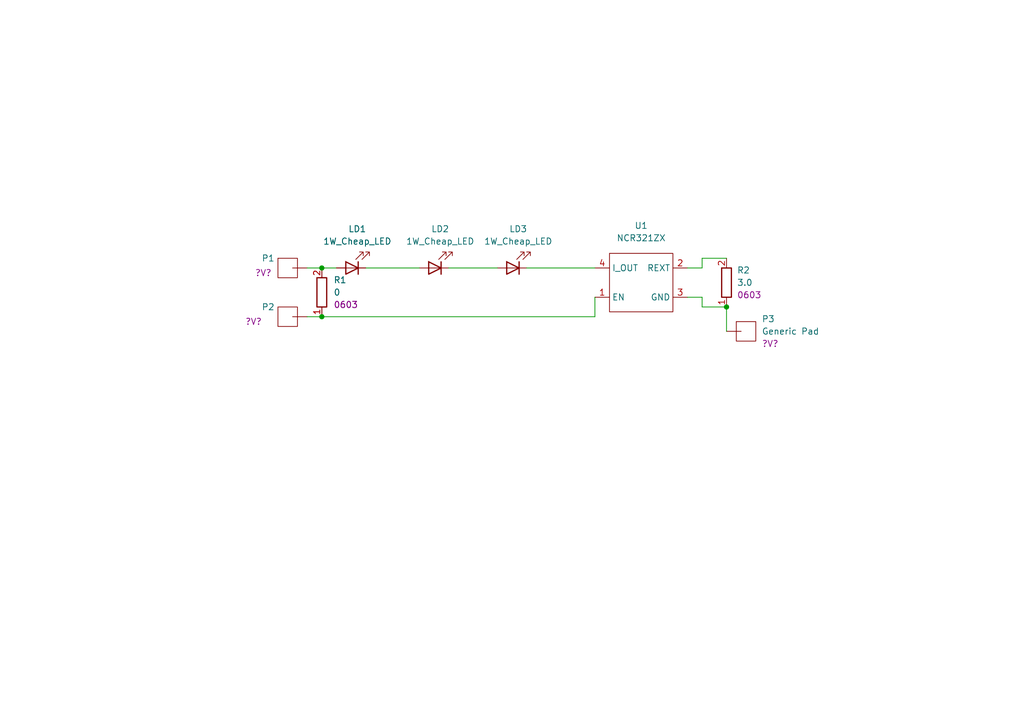
<source format=kicad_sch>
(kicad_sch (version 20211123) (generator eeschema)
  (paper "A5")
  (lib_symbols
    (symbol "Herranz - HighPowerLED:1W_Cheap_LED" (pin_numbers hide) (pin_names (offset 0) hide)
      (property "Reference" "LD" (at -8 2 0))
      (property "Value" "1W_Cheap_LED" (at -6 -7 0))
      (symbol "1W_Cheap_LED_0_1"
        (polyline (pts (xy -4.54 -3) (xy -7.08 -3)))
        (polyline (pts (xy -4.54 -1.73) (xy -4.54 -4.27)) (stroke (width 0.254)))
        (polyline (pts (xy -7.08 -1.73) (xy -7.08 -4.27) (xy -4.54 -3) (xy -7.08 -1.73)) (stroke (width 0.254)))
        (polyline (pts (xy -5.032 -1.238) (xy -3.508 0.286) (xy -4.27 0.286) (xy -3.508 0.286) (xy -3.508 -0.476)))
        (polyline (pts (xy -3.762 -1.238) (xy -2.238 0.286) (xy -3 0.286) (xy -2.238 0.286) (xy -2.238 -0.476)))
      )
      (symbol "1W_Cheap_LED_1_1"
        (pin passive line (at -9 -3 0) (length 2) (name "A") (number "1"))
        (pin passive line (at -3 -3 180) (length 2) (name "K") (number "2"))
      )
    )
    (symbol "Herranz - LED controller:NCR321ZX"
      (property "Reference" "U" (at 0 0 0))
      (property "Value" "NCR321ZX" (at 0 0 0))
      (symbol "NCR321ZX_0_1"
        (rectangle (start -7 -2) (end 6 -14))
      )
      (symbol "NCR321ZX_1_1"
        (pin passive line (at -10 -11 0) (length 3) (name "EN") (number "1"))
        (pin passive line (at 9 -5 180) (length 3) (name "REXT") (number "2"))
        (pin passive line (at 9 -11 180) (length 3) (name "GND") (number "3"))
        (pin passive line (at -10 -5 0) (length 3) (name "I_OUT") (number "4"))
      )
    )
    (symbol "Herranz - Resistors (0603):0"
      (property "Reference" "R" (at -2 1 0))
      (property "Value" "0" (at 0 -1 0))
      (property "Size" "0603" (at 0 -3 0))
      (symbol "0_0_1"
        (rectangle (start -3 0) (end 3 -2) (stroke (width 0.254)))
      )
      (symbol "0_1_1"
        (pin passive line (at -5 -1 0) (length 2) (name "~") (number "1"))
        (pin passive line (at 5 -1 180) (length 2) (name "~") (number "2"))
      )
    )
    (symbol "Herranz - Resistors (0603):3.0"
      (property "Reference" "R" (at -2 1 0))
      (property "Value" "3.0" (at 0 -1 0))
      (property "Size" "0603" (at 0 -3 0))
      (symbol "3.0_0_1"
        (rectangle (start -3 0) (end 3 -2) (stroke (width 0.254)))
      )
      (symbol "3.0_1_1"
        (pin passive line (at -5 -1 0) (length 2) (name "~") (number "1"))
        (pin passive line (at 5 -1 180) (length 2) (name "~") (number "2"))
      )
    )
    (symbol "Herranz - Various:Generic Pad" (pin_numbers hide) (pin_names (offset 0) hide)
      (property "Reference" "P" (at -6 -6 0))
      (property "Value" "Generic Pad" (at -9 -2 0))
      (property "Voltage" "?V?" (at -6 -4 0))
      (symbol "Generic Pad_0_1"
        (rectangle (start -2 -2) (end 2 -6))
      )
      (symbol "Generic Pad_1_1"
        (pin passive line (at 4 -4 180) (length 3) (name "") (number "1"))
      )
    )
  )
  (junction (at 149 63))
  (junction (at 66 55))
  (junction (at 66 65))
  (wire (pts (xy 144 61) (xy 144 63)))
  (wire (pts (xy 144 63) (xy 149 63)))
  (wire (pts (xy 141 55) (xy 144 55)))
  (wire (pts (xy 92 55) (xy 102 55)))
  (wire (pts (xy 66 65) (xy 122 65)))
  (wire (pts (xy 122 61) (xy 122 65)))
  (wire (pts (xy 141 61) (xy 144 61)))
  (wire (pts (xy 66 55) (xy 69 55)))
  (wire (pts (xy 144 53) (xy 149 53)))
  (wire (pts (xy 144 55) (xy 144 53)))
  (wire (pts (xy 63 55) (xy 66 55)))
  (wire (pts (xy 108 55) (xy 122 55)))
  (wire (pts (xy 75 55) (xy 86 55)))
  (wire (pts (xy 149 63) (xy 149 68)))
  (wire (pts (xy 63 65) (xy 66 65)))
  (symbol (lib_id "Herranz - LED controller:NCR321ZX") (at 132 50 0) (unit 1)
    (property "Reference" "U1" (at 131.5 46.31 0))
    (property "Value" "NCR321ZX" (at 131.5 48.85 0))
    (property "Footprint" "Herranz - LED controller:SOT230P700X180-4N" (effects hide))
  )
  (symbol (lib_id "Herranz - HighPowerLED:1W_Cheap_LED") (at 111 52 0) (unit 1)
    (property "Reference" "LD3" (at 106.2775 46.99 0))
    (property "Value" "1W_Cheap_LED" (at 106.2775 49.53 0))
    (property "Footprint" "Herranz-HighpowerLED:1W_cheap_LED" (effects hide))
  )
  (symbol (lib_id "Herranz - Various:Generic Pad") (at 59 61 0) (unit 1)
    (property "Reference" "P2" (at 55 63 0))
    (property "Value" "Generic Pad" (effects hide))
    (property "Footprint" "Herranz - Various:Generic Pad" (effects hide))
    (property "Voltage" "?V?" (at 52 66 0))
  )
  (symbol (lib_id "Herranz - HighPowerLED:1W_Cheap_LED") (at 78 52 0) (unit 1)
    (property "Reference" "LD1" (at 73.2775 46.99 0))
    (property "Value" "1W_Cheap_LED" (at 73.2775 49.53 0))
    (property "Footprint" "Herranz-HighpowerLED:1W_cheap_LED" (effects hide))
  )
  (symbol (lib_id "Herranz - HighPowerLED:1W_Cheap_LED") (at 95 52 0) (unit 1)
    (property "Reference" "LD2" (at 90.2775 46.99 0))
    (property "Value" "1W_Cheap_LED" (at 90.2775 49.53 0))
    (property "Footprint" "Herranz-HighpowerLED:1W_cheap_LED" (effects hide))
  )
  (symbol (lib_id "Herranz - Resistors (0603):3.0") (at 148 58 90) (unit 1)
    (property "Reference" "R2" (at 151.13 55.4599 90) (effects (justify right)))
    (property "Value" "3.0" (at 151.13 57.9999 90) (effects (justify right)))
    (property "Footprint" "Resistor_SMD:R_0603_1608Metric" (effects hide))
    (property "Size" "0603" (at 151.13 60.5399 90) (effects (justify right)))
  )
  (symbol (lib_id "Herranz - Various:Generic Pad") (at 153 72 180) (unit 1)
    (property "Reference" "P3" (at 156.21 65.4599 0) (effects (justify right)))
    (property "Value" "Generic Pad" (at 156.21 67.9999 0) (effects (justify right)))
    (property "Footprint" "Herranz - Various:Generic Pad" (effects hide))
    (property "Voltage" "?V?" (at 156.21 70.5399 0) (effects (justify right)))
  )
  (symbol (lib_id "Herranz - Resistors (0603):0") (at 65 60 90) (unit 1) (in_bom no)
    (property "Reference" "R1" (at 68.4 57.4599 90) (effects (justify right)))
    (property "Value" "0" (at 68.4 59.9999 90) (effects (justify right)))
    (property "Footprint" "Resistor_SMD:R_0603_1608Metric" (effects hide))
    (property "Size" "0603" (at 68.4 62.5399 90) (effects (justify right)))
  )
  (symbol (lib_id "Herranz - Various:Generic Pad") (at 59 51 0) (unit 1)
    (property "Reference" "P1" (at 55 53 0))
    (property "Value" "Generic Pad" (effects hide))
    (property "Footprint" "Herranz - Various:Generic Pad" (effects hide))
    (property "Voltage" "?V?" (at 54 56 0))
  )
)
</source>
